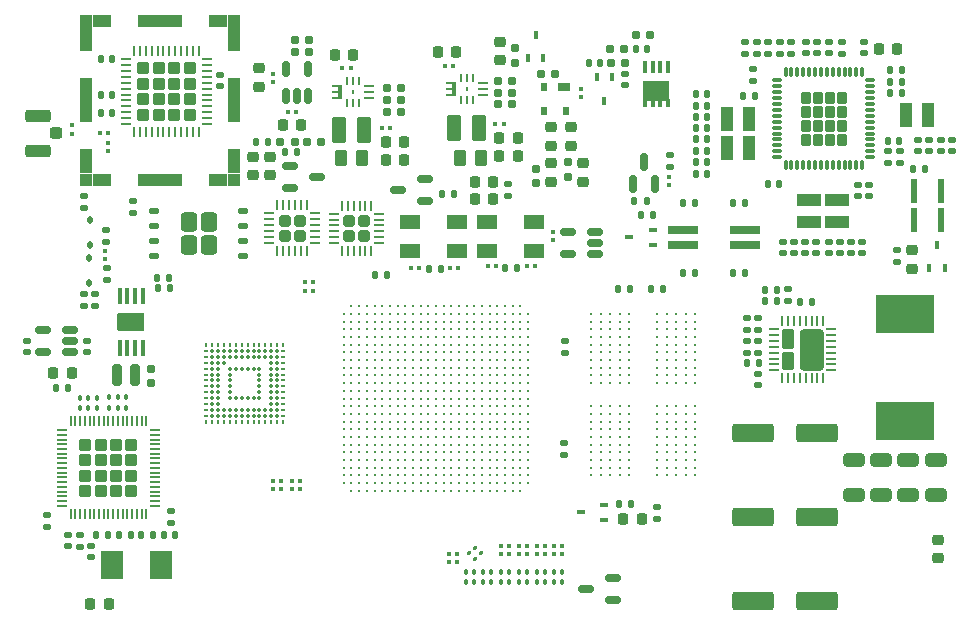
<source format=gbr>
%TF.GenerationSoftware,KiCad,Pcbnew,7.99.0-3958-g1df84f4d92*%
%TF.CreationDate,2023-12-24T00:45:37+01:00*%
%TF.ProjectId,SBC,5342432e-6b69-4636-9164-5f7063625858,rev?*%
%TF.SameCoordinates,Original*%
%TF.FileFunction,Paste,Top*%
%TF.FilePolarity,Positive*%
%FSLAX46Y46*%
G04 Gerber Fmt 4.6, Leading zero omitted, Abs format (unit mm)*
G04 Created by KiCad (PCBNEW 7.99.0-3958-g1df84f4d92) date 2023-12-24 00:45:37*
%MOMM*%
%LPD*%
G01*
G04 APERTURE LIST*
G04 Aperture macros list*
%AMRoundRect*
0 Rectangle with rounded corners*
0 $1 Rounding radius*
0 $2 $3 $4 $5 $6 $7 $8 $9 X,Y pos of 4 corners*
0 Add a 4 corners polygon primitive as box body*
4,1,4,$2,$3,$4,$5,$6,$7,$8,$9,$2,$3,0*
0 Add four circle primitives for the rounded corners*
1,1,$1+$1,$2,$3*
1,1,$1+$1,$4,$5*
1,1,$1+$1,$6,$7*
1,1,$1+$1,$8,$9*
0 Add four rect primitives between the rounded corners*
20,1,$1+$1,$2,$3,$4,$5,0*
20,1,$1+$1,$4,$5,$6,$7,0*
20,1,$1+$1,$6,$7,$8,$9,0*
20,1,$1+$1,$8,$9,$2,$3,0*%
%AMFreePoly0*
4,1,25,0.317682,0.485319,0.329034,0.475624,0.407847,0.396811,0.434540,0.344422,0.435711,0.329540,0.435711,-0.329540,0.417542,-0.385459,0.407847,-0.396811,0.329034,-0.475624,0.276645,-0.502317,0.261763,-0.503488,-0.261763,-0.503488,-0.317682,-0.485319,-0.329034,-0.475624,-0.407847,-0.396811,-0.434540,-0.344422,-0.435711,-0.329540,-0.435711,0.329540,-0.417542,0.385459,-0.407847,0.396811,
-0.329034,0.475624,-0.276645,0.502317,-0.261763,0.503488,0.261763,0.503488,0.317682,0.485319,0.317682,0.485319,$1*%
G04 Aperture macros list end*
%ADD10RoundRect,0.218750X0.256250X-0.218750X0.256250X0.218750X-0.256250X0.218750X-0.256250X-0.218750X0*%
%ADD11RoundRect,0.135000X0.135000X0.185000X-0.135000X0.185000X-0.135000X-0.185000X0.135000X-0.185000X0*%
%ADD12RoundRect,0.135000X0.185000X-0.135000X0.185000X0.135000X-0.185000X0.135000X-0.185000X-0.135000X0*%
%ADD13RoundRect,0.250000X0.435000X0.555000X-0.435000X0.555000X-0.435000X-0.555000X0.435000X-0.555000X0*%
%ADD14RoundRect,0.125000X0.262500X0.125000X-0.262500X0.125000X-0.262500X-0.125000X0.262500X-0.125000X0*%
%ADD15RoundRect,0.150000X0.512500X0.150000X-0.512500X0.150000X-0.512500X-0.150000X0.512500X-0.150000X0*%
%ADD16RoundRect,0.140000X-0.170000X0.140000X-0.170000X-0.140000X0.170000X-0.140000X0.170000X0.140000X0*%
%ADD17RoundRect,0.140000X0.140000X0.170000X-0.140000X0.170000X-0.140000X-0.170000X0.140000X-0.170000X0*%
%ADD18RoundRect,0.160000X-0.160000X0.197500X-0.160000X-0.197500X0.160000X-0.197500X0.160000X0.197500X0*%
%ADD19RoundRect,0.135000X-0.135000X-0.185000X0.135000X-0.185000X0.135000X0.185000X-0.135000X0.185000X0*%
%ADD20R,0.250000X0.700000*%
%ADD21R,0.900000X0.250000*%
%ADD22R,0.400000X1.250000*%
%ADD23R,0.250000X0.400000*%
%ADD24RoundRect,0.090000X-0.090000X0.139000X-0.090000X-0.139000X0.090000X-0.139000X0.090000X0.139000X0*%
%ADD25RoundRect,0.160000X-0.197500X-0.160000X0.197500X-0.160000X0.197500X0.160000X-0.197500X0.160000X0*%
%ADD26RoundRect,0.140000X0.170000X-0.140000X0.170000X0.140000X-0.170000X0.140000X-0.170000X-0.140000X0*%
%ADD27RoundRect,0.079500X-0.100500X0.079500X-0.100500X-0.079500X0.100500X-0.079500X0.100500X0.079500X0*%
%ADD28RoundRect,0.250000X0.285000X-0.285000X0.285000X0.285000X-0.285000X0.285000X-0.285000X-0.285000X0*%
%ADD29RoundRect,0.062500X0.062500X-0.337500X0.062500X0.337500X-0.062500X0.337500X-0.062500X-0.337500X0*%
%ADD30RoundRect,0.062500X0.337500X-0.062500X0.337500X0.062500X-0.337500X0.062500X-0.337500X-0.062500X0*%
%ADD31R,2.000000X1.100000*%
%ADD32RoundRect,0.140000X-0.140000X-0.170000X0.140000X-0.170000X0.140000X0.170000X-0.140000X0.170000X0*%
%ADD33RoundRect,0.062500X-0.375000X-0.062500X0.375000X-0.062500X0.375000X0.062500X-0.375000X0.062500X0*%
%ADD34RoundRect,0.062500X-0.062500X-0.375000X0.062500X-0.375000X0.062500X0.375000X-0.062500X0.375000X0*%
%ADD35RoundRect,0.106599X0.418401X0.723401X-0.418401X0.723401X-0.418401X-0.723401X0.418401X-0.723401X0*%
%ADD36RoundRect,0.106599X0.418401X0.633401X-0.418401X0.633401X-0.418401X-0.633401X0.418401X-0.633401X0*%
%ADD37RoundRect,0.200000X0.785000X-1.540000X0.785000X1.540000X-0.785000X1.540000X-0.785000X-1.540000X0*%
%ADD38RoundRect,0.079500X-0.079500X-0.100500X0.079500X-0.100500X0.079500X0.100500X-0.079500X0.100500X0*%
%ADD39C,0.270000*%
%ADD40RoundRect,0.079500X0.100500X-0.079500X0.100500X0.079500X-0.100500X0.079500X-0.100500X-0.079500X0*%
%ADD41R,1.000000X1.000000*%
%ADD42R,1.000000X2.130000*%
%ADD43R,1.000000X3.800000*%
%ADD44R,1.650000X1.000000*%
%ADD45R,3.800000X1.000000*%
%ADD46RoundRect,0.225000X-0.225000X-0.250000X0.225000X-0.250000X0.225000X0.250000X-0.225000X0.250000X0*%
%ADD47RoundRect,0.160000X0.197500X0.160000X-0.197500X0.160000X-0.197500X-0.160000X0.197500X-0.160000X0*%
%ADD48RoundRect,0.135000X-0.185000X0.135000X-0.185000X-0.135000X0.185000X-0.135000X0.185000X0.135000X0*%
%ADD49RoundRect,0.250000X-0.650000X0.325000X-0.650000X-0.325000X0.650000X-0.325000X0.650000X0.325000X0*%
%ADD50RoundRect,0.218750X0.218750X0.256250X-0.218750X0.256250X-0.218750X-0.256250X0.218750X-0.256250X0*%
%ADD51R,1.100000X2.000000*%
%ADD52RoundRect,0.090000X0.090000X-0.139000X0.090000X0.139000X-0.090000X0.139000X-0.090000X-0.139000X0*%
%ADD53RoundRect,0.250000X-0.255000X0.255000X-0.255000X-0.255000X0.255000X-0.255000X0.255000X0.255000X0*%
%ADD54RoundRect,0.062500X-0.062500X0.375000X-0.062500X-0.375000X0.062500X-0.375000X0.062500X0.375000X0*%
%ADD55RoundRect,0.062500X-0.375000X0.062500X-0.375000X-0.062500X0.375000X-0.062500X0.375000X0.062500X0*%
%ADD56RoundRect,0.225000X0.225000X0.250000X-0.225000X0.250000X-0.225000X-0.250000X0.225000X-0.250000X0*%
%ADD57RoundRect,0.250000X1.500000X0.550000X-1.500000X0.550000X-1.500000X-0.550000X1.500000X-0.550000X0*%
%ADD58R,0.450000X0.700000*%
%ADD59RoundRect,0.218750X-0.218750X-0.256250X0.218750X-0.256250X0.218750X0.256250X-0.218750X0.256250X0*%
%ADD60O,0.200000X0.350000*%
%ADD61O,0.350000X0.200000*%
%ADD62C,0.350000*%
%ADD63RoundRect,0.079500X0.079500X0.100500X-0.079500X0.100500X-0.079500X-0.100500X0.079500X-0.100500X0*%
%ADD64R,0.700000X0.450000*%
%ADD65RoundRect,0.225000X0.250000X-0.225000X0.250000X0.225000X-0.250000X0.225000X-0.250000X-0.225000X0*%
%ADD66R,0.450000X1.450000*%
%ADD67RoundRect,0.076200X1.066800X0.685800X-1.066800X0.685800X-1.066800X-0.685800X1.066800X-0.685800X0*%
%ADD68RoundRect,0.079500X-0.127279X-0.014849X-0.014849X-0.127279X0.127279X0.014849X0.014849X0.127279X0*%
%ADD69RoundRect,0.173913X-0.226087X-0.726087X0.226087X-0.726087X0.226087X0.726087X-0.226087X0.726087X0*%
%ADD70RoundRect,0.025000X-0.225000X-0.975000X0.225000X-0.975000X0.225000X0.975000X-0.225000X0.975000X0*%
%ADD71RoundRect,0.112500X0.112500X-0.187500X0.112500X0.187500X-0.112500X0.187500X-0.112500X-0.187500X0*%
%ADD72R,4.950000X3.175000*%
%ADD73C,0.330200*%
%ADD74FreePoly0,0.000000*%
%ADD75RoundRect,0.067500X-0.357500X-0.067500X0.357500X-0.067500X0.357500X0.067500X-0.357500X0.067500X0*%
%ADD76RoundRect,0.067500X-0.067500X0.357500X-0.067500X-0.357500X0.067500X-0.357500X0.067500X0.357500X0*%
%ADD77RoundRect,0.250000X0.262500X0.450000X-0.262500X0.450000X-0.262500X-0.450000X0.262500X-0.450000X0*%
%ADD78R,0.405000X0.990000*%
%ADD79R,2.235000X1.725000*%
%ADD80R,0.406250X0.760000*%
%ADD81R,1.900000X2.400000*%
%ADD82RoundRect,0.250000X0.275000X0.275000X-0.275000X0.275000X-0.275000X-0.275000X0.275000X-0.275000X0*%
%ADD83RoundRect,0.050000X0.362500X0.050000X-0.362500X0.050000X-0.362500X-0.050000X0.362500X-0.050000X0*%
%ADD84RoundRect,0.050000X0.050000X0.362500X-0.050000X0.362500X-0.050000X-0.362500X0.050000X-0.362500X0*%
%ADD85RoundRect,0.218750X-0.256250X0.218750X-0.256250X-0.218750X0.256250X-0.218750X0.256250X0.218750X0*%
%ADD86R,2.650000X0.760000*%
%ADD87RoundRect,0.250000X-0.375000X-0.850000X0.375000X-0.850000X0.375000X0.850000X-0.375000X0.850000X0*%
%ADD88R,1.000000X0.700000*%
%ADD89R,0.600000X0.700000*%
%ADD90R,1.800000X1.200000*%
%ADD91RoundRect,0.250000X0.275000X0.250000X-0.275000X0.250000X-0.275000X-0.250000X0.275000X-0.250000X0*%
%ADD92RoundRect,0.250000X0.850000X0.275000X-0.850000X0.275000X-0.850000X-0.275000X0.850000X-0.275000X0*%
%ADD93RoundRect,0.225000X-0.250000X0.225000X-0.250000X-0.225000X0.250000X-0.225000X0.250000X0.225000X0*%
%ADD94RoundRect,0.150000X0.150000X-0.512500X0.150000X0.512500X-0.150000X0.512500X-0.150000X-0.512500X0*%
%ADD95RoundRect,0.150000X-0.512500X-0.150000X0.512500X-0.150000X0.512500X0.150000X-0.512500X0.150000X0*%
%ADD96RoundRect,0.150000X0.150000X-0.587500X0.150000X0.587500X-0.150000X0.587500X-0.150000X-0.587500X0*%
G04 APERTURE END LIST*
D10*
%TO.C,D4*%
X43244000Y38782500D03*
X43244000Y40357500D03*
%TD*%
D11*
%TO.C,R84*%
X34999600Y34726200D03*
X33979600Y34726200D03*
%TD*%
D12*
%TO.C,R107*%
X582600Y6530200D03*
X582600Y7550200D03*
%TD*%
D13*
%TO.C,U14*%
X14237200Y30370700D03*
X14237200Y32370700D03*
X12537200Y30370700D03*
X12537200Y32370700D03*
D14*
X17137200Y29465700D03*
X17137200Y30735700D03*
X17137200Y32005700D03*
X17137200Y33275700D03*
X9637200Y33275700D03*
X9637200Y32005700D03*
X9637200Y30735700D03*
X9637200Y29465700D03*
%TD*%
D15*
%TO.C,U10*%
X46921500Y29594000D03*
X46921500Y30544000D03*
X46921500Y31494000D03*
X44646500Y31494000D03*
X44646500Y29594000D03*
%TD*%
D11*
%TO.C,R77*%
X50027900Y8429600D03*
X49007900Y8429600D03*
%TD*%
D16*
%TO.C,C17*%
X60777981Y19474986D03*
X60777981Y18514986D03*
%TD*%
D17*
%TO.C,C60*%
X62554519Y35514614D03*
X61594519Y35514614D03*
%TD*%
D12*
%TO.C,R3*%
X60752981Y23189986D03*
X60752981Y24209986D03*
%TD*%
D16*
%TO.C,C327*%
X4317019Y4894614D03*
X4317019Y3934614D03*
%TD*%
D18*
%TO.C,R31*%
X44641000Y37376500D03*
X44641000Y36181500D03*
%TD*%
D19*
%TO.C,R86*%
X9952000Y26727000D03*
X10972000Y26727000D03*
%TD*%
D17*
%TO.C,C54*%
X56457981Y36432487D03*
X55497981Y36432487D03*
%TD*%
D16*
%TO.C,C317*%
X2354519Y5832114D03*
X2354519Y4872114D03*
%TD*%
%TO.C,C34*%
X67677981Y30667486D03*
X67677981Y29707486D03*
%TD*%
D10*
%TO.C,D5*%
X73749400Y28393900D03*
X73749400Y29968900D03*
%TD*%
D20*
%TO.C,U5*%
X25987000Y42375000D03*
X26487000Y42375000D03*
X26987000Y42375000D03*
D21*
X27837000Y42825000D03*
X27837000Y43325000D03*
X27837000Y43825000D03*
D20*
X26987000Y44275000D03*
X26487000Y44275000D03*
X25987000Y44275000D03*
D21*
X25137000Y42825000D03*
X25137000Y43325000D03*
D22*
X25387000Y43325000D03*
D21*
X25137000Y43825000D03*
D23*
X26487000Y43325000D03*
%TD*%
D24*
%TO.C,R41*%
X38149200Y2697500D03*
X38149200Y1832500D03*
%TD*%
D11*
%TO.C,R109*%
X5727019Y5814614D03*
X4707019Y5814614D03*
%TD*%
D25*
%TO.C,R23*%
X21564500Y46727000D03*
X22759500Y46727000D03*
%TD*%
D12*
%TO.C,R90*%
X3674519Y33485014D03*
X3674519Y34505014D03*
%TD*%
D26*
%TO.C,C63*%
X49527519Y43937014D03*
X49527519Y44897014D03*
%TD*%
D24*
%TO.C,R101*%
X4062400Y17454900D03*
X4062400Y16589900D03*
%TD*%
D12*
%TO.C,R9*%
X67892981Y46574986D03*
X67892981Y47594986D03*
%TD*%
D27*
%TO.C,C65*%
X19662000Y44884500D03*
X19662000Y44194500D03*
%TD*%
D16*
%TO.C,C39*%
X68627981Y30667486D03*
X68627981Y29707486D03*
%TD*%
D28*
%TO.C,U19*%
X8682000Y41397000D03*
X10002000Y41397000D03*
X11322000Y41397000D03*
X12642000Y41397000D03*
X8682000Y42717000D03*
X10002000Y42717000D03*
X11322000Y42717000D03*
X12642000Y42717000D03*
X8682000Y44037000D03*
X10002000Y44037000D03*
X11322000Y44037000D03*
X12642000Y44037000D03*
X8682000Y45357000D03*
X10002000Y45357000D03*
X11322000Y45357000D03*
X12642000Y45357000D03*
D29*
X7912000Y39927000D03*
X8412000Y39927000D03*
X8912000Y39927000D03*
X9412000Y39927000D03*
X9912000Y39927000D03*
X10412000Y39927000D03*
X10912000Y39927000D03*
X11412000Y39927000D03*
X11912000Y39927000D03*
X12412000Y39927000D03*
X12912000Y39927000D03*
X13412000Y39927000D03*
D30*
X14112000Y40627000D03*
X14112000Y41127000D03*
X14112000Y41627000D03*
X14112000Y42127000D03*
X14112000Y42627000D03*
X14112000Y43127000D03*
X14112000Y43627000D03*
X14112000Y44127000D03*
X14112000Y44627000D03*
X14112000Y45127000D03*
X14112000Y45627000D03*
X14112000Y46127000D03*
D29*
X13412000Y46827000D03*
X12912000Y46827000D03*
X12412000Y46827000D03*
X11912000Y46827000D03*
X11412000Y46827000D03*
X10912000Y46827000D03*
X10412000Y46827000D03*
X9912000Y46827000D03*
X9412000Y46827000D03*
X8912000Y46827000D03*
X8412000Y46827000D03*
X7912000Y46827000D03*
D30*
X7212000Y46127000D03*
X7212000Y45627000D03*
X7212000Y45127000D03*
X7212000Y44627000D03*
X7212000Y44127000D03*
X7212000Y43627000D03*
X7212000Y43127000D03*
X7212000Y42627000D03*
X7212000Y42127000D03*
X7212000Y41627000D03*
X7212000Y41127000D03*
X7212000Y40627000D03*
%TD*%
D16*
%TO.C,C38*%
X76214519Y39314614D03*
X76214519Y38354614D03*
%TD*%
%TO.C,C59*%
X69190481Y35454986D03*
X69190481Y34494986D03*
%TD*%
D31*
%TO.C,L5*%
X65027981Y34219986D03*
X65027981Y32319986D03*
%TD*%
D32*
%TO.C,C62*%
X71940481Y43274986D03*
X72900481Y43274986D03*
%TD*%
D33*
%TO.C,U2*%
X62090481Y23274986D03*
X62090481Y22774986D03*
X62090481Y22274986D03*
X62090481Y21774986D03*
X62090481Y21274986D03*
X62090481Y20774986D03*
X62090481Y20274986D03*
X62090481Y19774986D03*
D34*
X62777981Y19087486D03*
X63277981Y19087486D03*
X63777981Y19087486D03*
X64277981Y19087486D03*
X64777981Y19087486D03*
X65277981Y19087486D03*
X65777981Y19087486D03*
X66277981Y19087486D03*
D33*
X66965481Y19774986D03*
X66965481Y20274986D03*
X66965481Y20774986D03*
X66965481Y21274986D03*
X66965481Y21774986D03*
X66965481Y22274986D03*
X66965481Y22774986D03*
X66965481Y23274986D03*
D34*
X66277981Y23962486D03*
X65777981Y23962486D03*
X65277981Y23962486D03*
X64777981Y23962486D03*
X64277981Y23962486D03*
X63777981Y23962486D03*
X63277981Y23962486D03*
X62777981Y23962486D03*
D35*
X63312981Y22434986D03*
D36*
X63312981Y20524986D03*
D37*
X65282981Y21524986D03*
%TD*%
D27*
%TO.C,C97*%
X20374919Y10424414D03*
X20374919Y9734414D03*
%TD*%
D38*
%TO.C,C74*%
X28936000Y40277000D03*
X29626000Y40277000D03*
%TD*%
D17*
%TO.C,C1*%
X60807981Y20374986D03*
X59847981Y20374986D03*
%TD*%
D12*
%TO.C,R1*%
X60752981Y21264986D03*
X60752981Y22284986D03*
%TD*%
D39*
%TO.C,U12*%
X46629519Y24539614D03*
X47429519Y24539614D03*
X48229519Y24539614D03*
X49029519Y24539614D03*
X49829519Y24539614D03*
X52229519Y24539614D03*
X53029519Y24539614D03*
X53829519Y24539614D03*
X54629519Y24539614D03*
X55429519Y24539614D03*
X46629519Y11539614D03*
X47429519Y11539614D03*
X48229519Y11539614D03*
X49029519Y11539614D03*
X49829519Y11539614D03*
X52229519Y11539614D03*
X53029519Y11539614D03*
X53829519Y11539614D03*
X54629519Y11539614D03*
X55429519Y11539614D03*
X46629519Y10889614D03*
X47429519Y10889614D03*
X48229519Y10889614D03*
X49029519Y10889614D03*
X49829519Y10889614D03*
X52229519Y10889614D03*
X53029519Y10889614D03*
X53829519Y10889614D03*
X54629519Y10889614D03*
X55429519Y10889614D03*
X46629519Y23889614D03*
X47429519Y23889614D03*
X48229519Y23889614D03*
X49029519Y23889614D03*
X49829519Y23889614D03*
X52229519Y23889614D03*
X53029519Y23889614D03*
X53829519Y23889614D03*
X54629519Y23889614D03*
X55429519Y23889614D03*
X46629519Y23239614D03*
X47429519Y23239614D03*
X48229519Y23239614D03*
X49029519Y23239614D03*
X49829519Y23239614D03*
X52229519Y23239614D03*
X53029519Y23239614D03*
X53829519Y23239614D03*
X54629519Y23239614D03*
X55429519Y23239614D03*
X46629519Y22589614D03*
X47429519Y22589614D03*
X48229519Y22589614D03*
X49029519Y22589614D03*
X49829519Y22589614D03*
X52229519Y22589614D03*
X53029519Y22589614D03*
X53829519Y22589614D03*
X54629519Y22589614D03*
X55429519Y22589614D03*
X46629519Y21939614D03*
X47429519Y21939614D03*
X48229519Y21939614D03*
X49029519Y21939614D03*
X49829519Y21939614D03*
X52229519Y21939614D03*
X53029519Y21939614D03*
X53829519Y21939614D03*
X54629519Y21939614D03*
X55429519Y21939614D03*
X46629519Y21289614D03*
X47429519Y21289614D03*
X48229519Y21289614D03*
X49029519Y21289614D03*
X49829519Y21289614D03*
X52229519Y21289614D03*
X53029519Y21289614D03*
X53829519Y21289614D03*
X54629519Y21289614D03*
X55429519Y21289614D03*
X46629519Y20639614D03*
X47429519Y20639614D03*
X48229519Y20639614D03*
X49029519Y20639614D03*
X49829519Y20639614D03*
X52229519Y20639614D03*
X53029519Y20639614D03*
X53829519Y20639614D03*
X54629519Y20639614D03*
X55429519Y20639614D03*
X46629519Y19989614D03*
X47429519Y19989614D03*
X48229519Y19989614D03*
X49029519Y19989614D03*
X49829519Y19989614D03*
X52229519Y19989614D03*
X53029519Y19989614D03*
X53829519Y19989614D03*
X54629519Y19989614D03*
X55429519Y19989614D03*
X46629519Y19339614D03*
X47429519Y19339614D03*
X48229519Y19339614D03*
X49029519Y19339614D03*
X49829519Y19339614D03*
X52229519Y19339614D03*
X53029519Y19339614D03*
X53829519Y19339614D03*
X54629519Y19339614D03*
X55429519Y19339614D03*
X46629519Y18689614D03*
X47429519Y18689614D03*
X48229519Y18689614D03*
X49029519Y18689614D03*
X49829519Y18689614D03*
X52229519Y18689614D03*
X53029519Y18689614D03*
X53829519Y18689614D03*
X54629519Y18689614D03*
X55429519Y18689614D03*
X46629519Y16739614D03*
X47429519Y16739614D03*
X48229519Y16739614D03*
X49029519Y16739614D03*
X49829519Y16739614D03*
X52229519Y16739614D03*
X53029519Y16739614D03*
X53829519Y16739614D03*
X54629519Y16739614D03*
X55429519Y16739614D03*
X46629519Y16089614D03*
X47429519Y16089614D03*
X48229519Y16089614D03*
X49029519Y16089614D03*
X49829519Y16089614D03*
X52229519Y16089614D03*
X53029519Y16089614D03*
X53829519Y16089614D03*
X54629519Y16089614D03*
X55429519Y16089614D03*
X46629519Y15439614D03*
X47429519Y15439614D03*
X48229519Y15439614D03*
X49029519Y15439614D03*
X49829519Y15439614D03*
X52229519Y15439614D03*
X53029519Y15439614D03*
X53829519Y15439614D03*
X54629519Y15439614D03*
X55429519Y15439614D03*
X46629519Y14789614D03*
X47429519Y14789614D03*
X48229519Y14789614D03*
X49029519Y14789614D03*
X49829519Y14789614D03*
X52229519Y14789614D03*
X53029519Y14789614D03*
X53829519Y14789614D03*
X54629519Y14789614D03*
X55429519Y14789614D03*
X46629519Y14139614D03*
X47429519Y14139614D03*
X48229519Y14139614D03*
X49029519Y14139614D03*
X49829519Y14139614D03*
X52229519Y14139614D03*
X53029519Y14139614D03*
X53829519Y14139614D03*
X54629519Y14139614D03*
X55429519Y14139614D03*
X46629519Y13489614D03*
X47429519Y13489614D03*
X48229519Y13489614D03*
X49029519Y13489614D03*
X49829519Y13489614D03*
X52229519Y13489614D03*
X53029519Y13489614D03*
X53829519Y13489614D03*
X54629519Y13489614D03*
X55429519Y13489614D03*
X46629519Y12839614D03*
X47429519Y12839614D03*
X48229519Y12839614D03*
X49029519Y12839614D03*
X49829519Y12839614D03*
X52229519Y12839614D03*
X53029519Y12839614D03*
X53829519Y12839614D03*
X54629519Y12839614D03*
X55429519Y12839614D03*
X46629519Y12189614D03*
X47429519Y12189614D03*
X48229519Y12189614D03*
X49029519Y12189614D03*
X49829519Y12189614D03*
X52229519Y12189614D03*
X53029519Y12189614D03*
X53829519Y12189614D03*
X54629519Y12189614D03*
X55429519Y12189614D03*
%TD*%
D40*
%TO.C,C314*%
X2697000Y39821000D03*
X2697000Y40511000D03*
%TD*%
D41*
%TO.C,J2*%
X3879000Y49370000D03*
D42*
X3879000Y47805000D03*
D43*
X3879000Y42640000D03*
D42*
X3879000Y37475000D03*
D41*
X3879000Y35910000D03*
D44*
X5204000Y49370000D03*
X5204000Y35910000D03*
D45*
X10129000Y49370000D03*
X10129000Y35910000D03*
D44*
X15054000Y49370000D03*
X15054000Y35910000D03*
D41*
X16379000Y49370000D03*
D42*
X16379000Y47805000D03*
D43*
X16379000Y42640000D03*
D42*
X16379000Y37475000D03*
D41*
X16379000Y35910000D03*
%TD*%
D17*
%TO.C,C316*%
X6092000Y43127000D03*
X5132000Y43127000D03*
%TD*%
D46*
%TO.C,C75*%
X29268000Y37610000D03*
X30818000Y37610000D03*
%TD*%
D47*
%TO.C,R17*%
X49525019Y45817014D03*
X48330019Y45817014D03*
%TD*%
D48*
%TO.C,R14*%
X62577981Y47609986D03*
X62577981Y46589986D03*
%TD*%
D27*
%TO.C,C99*%
X22000519Y10424414D03*
X22000519Y9734414D03*
%TD*%
D49*
%TO.C,C46*%
X68877981Y12174986D03*
X68877981Y9224986D03*
%TD*%
D11*
%TO.C,R67*%
X49937519Y26620814D03*
X48917519Y26620814D03*
%TD*%
D50*
%TO.C,D8*%
X38327100Y34243600D03*
X36752100Y34243600D03*
%TD*%
D48*
%TO.C,R7*%
X63310000Y26634400D03*
X63310000Y25614400D03*
%TD*%
D51*
%TO.C,L1*%
X60002981Y41019986D03*
X58102981Y41019986D03*
%TD*%
D52*
%TO.C,R48*%
X41197200Y1832500D03*
X41197200Y2697500D03*
%TD*%
D38*
%TO.C,C107*%
X34592000Y3515800D03*
X35282000Y3515800D03*
%TD*%
D53*
%TO.C,U15*%
X27385000Y32414800D03*
X26135000Y32414800D03*
X27385000Y31164800D03*
X26135000Y31164800D03*
D54*
X28010000Y33727300D03*
X27510000Y33727300D03*
X27010000Y33727300D03*
X26510000Y33727300D03*
X26010000Y33727300D03*
X25510000Y33727300D03*
D55*
X24822500Y33039800D03*
X24822500Y32539800D03*
X24822500Y32039800D03*
X24822500Y31539800D03*
X24822500Y31039800D03*
X24822500Y30539800D03*
D54*
X25510000Y29852300D03*
X26010000Y29852300D03*
X26510000Y29852300D03*
X27010000Y29852300D03*
X27510000Y29852300D03*
X28010000Y29852300D03*
D55*
X28697500Y30539800D03*
X28697500Y31039800D03*
X28697500Y31539800D03*
X28697500Y32039800D03*
X28697500Y32539800D03*
X28697500Y33039800D03*
%TD*%
D11*
%TO.C,R89*%
X19235400Y39070700D03*
X18215400Y39070700D03*
%TD*%
D56*
%TO.C,C287*%
X72550000Y47000000D03*
X71000000Y47000000D03*
%TD*%
D38*
%TO.C,C86*%
X34262805Y45580800D03*
X34952805Y45580800D03*
%TD*%
D27*
%TO.C,C149*%
X43351100Y31519000D03*
X43351100Y30829000D03*
%TD*%
D48*
%TO.C,R59*%
X53300000Y38010000D03*
X53300000Y36990000D03*
%TD*%
D17*
%TO.C,C49*%
X56457981Y38369153D03*
X55497981Y38369153D03*
%TD*%
D12*
%TO.C,R10*%
X61627981Y46589986D03*
X61627981Y47609986D03*
%TD*%
D57*
%TO.C,C20*%
X65727981Y7374986D03*
X60327981Y7374986D03*
%TD*%
D52*
%TO.C,R51*%
X42721200Y1832500D03*
X42721200Y2697500D03*
%TD*%
D46*
%TO.C,C85*%
X38846805Y37960800D03*
X40396805Y37960800D03*
%TD*%
D51*
%TO.C,L4*%
X73252981Y41419986D03*
X75152981Y41419986D03*
%TD*%
D17*
%TO.C,C44*%
X56457981Y39337486D03*
X55497981Y39337486D03*
%TD*%
D46*
%TO.C,C73*%
X20529000Y40511500D03*
X22079000Y40511500D03*
%TD*%
D50*
%TO.C,D7*%
X38327100Y35742200D03*
X36752100Y35742200D03*
%TD*%
D24*
%TO.C,R103*%
X5815000Y17480300D03*
X5815000Y16615300D03*
%TD*%
D58*
%TO.C,Q3*%
X41266286Y46197919D03*
X42566286Y46197919D03*
X41916286Y48197919D03*
%TD*%
D16*
%TO.C,C53*%
X70140481Y35454986D03*
X70140481Y34494986D03*
%TD*%
D17*
%TO.C,C315*%
X6092000Y41527000D03*
X5132000Y41527000D03*
%TD*%
D16*
%TO.C,C26*%
X66752981Y47579986D03*
X66752981Y46619986D03*
%TD*%
D52*
%TO.C,R46*%
X38962000Y1832500D03*
X38962000Y2697500D03*
%TD*%
D59*
%TO.C,FB8*%
X1067019Y19552114D03*
X2642019Y19552114D03*
%TD*%
D47*
%TO.C,R25*%
X30513500Y41674000D03*
X29318500Y41674000D03*
%TD*%
D38*
%TO.C,C162*%
X41153000Y28582000D03*
X41843000Y28582000D03*
%TD*%
D26*
%TO.C,C64*%
X3904519Y21286552D03*
X3904519Y22246552D03*
%TD*%
D19*
%TO.C,R79*%
X54369200Y33982000D03*
X55389200Y33982000D03*
%TD*%
D51*
%TO.C,L2*%
X60002981Y38619986D03*
X58102981Y38619986D03*
%TD*%
D46*
%TO.C,C76*%
X24950000Y46500000D03*
X26500000Y46500000D03*
%TD*%
D60*
%TO.C,U13*%
X14034519Y21920014D03*
X14534519Y21920014D03*
X15034519Y21920014D03*
X15534519Y21920014D03*
X16034519Y21920014D03*
X16534519Y21920014D03*
X17034519Y21920014D03*
X17534519Y21920014D03*
X18034519Y21920014D03*
X18534519Y21920014D03*
X19034519Y21920014D03*
X19534519Y21920014D03*
X20034519Y21920014D03*
X20534519Y21920014D03*
D61*
X14034519Y21420014D03*
D62*
X14534519Y21420014D03*
X15034519Y21420014D03*
X15534519Y21420014D03*
X16034519Y21420014D03*
X16534519Y21420014D03*
X17034519Y21420014D03*
X17534519Y21420014D03*
X18034519Y21420014D03*
X18534519Y21420014D03*
X19034519Y21420014D03*
X19534519Y21420014D03*
X20034519Y21420014D03*
D61*
X20534519Y21420014D03*
X14034519Y20920014D03*
D62*
X14534519Y20920014D03*
X15034519Y20920014D03*
X15534519Y20920014D03*
X16034519Y20920014D03*
X16534519Y20920014D03*
X17034519Y20920014D03*
X17534519Y20920014D03*
X18034519Y20920014D03*
X18534519Y20920014D03*
X19034519Y20920014D03*
X19534519Y20920014D03*
X20034519Y20920014D03*
D61*
X20534519Y20920014D03*
X14034519Y20420014D03*
D62*
X14534519Y20420014D03*
X15034519Y20420014D03*
X15534519Y20420014D03*
X19534519Y20420014D03*
X20034519Y20420014D03*
D61*
X20534519Y20420014D03*
X14034519Y19920014D03*
D62*
X14534519Y19920014D03*
X15034519Y19920014D03*
X16034519Y19920014D03*
X16534519Y19920014D03*
X17034519Y19920014D03*
X17534519Y19920014D03*
X18034519Y19920014D03*
X18534519Y19920014D03*
X19534519Y19920014D03*
X20034519Y19920014D03*
D61*
X20534519Y19920014D03*
X14034519Y19420014D03*
D62*
X14534519Y19420014D03*
X15034519Y19420014D03*
X16034519Y19420014D03*
X18534519Y19420014D03*
X19534519Y19420014D03*
X20034519Y19420014D03*
D61*
X20534519Y19420014D03*
X14034519Y18920014D03*
D62*
X14534519Y18920014D03*
X15034519Y18920014D03*
X16034519Y18920014D03*
X18534519Y18920014D03*
X19534519Y18920014D03*
X20034519Y18920014D03*
D61*
X20534519Y18920014D03*
X14034519Y18420014D03*
D62*
X14534519Y18420014D03*
X15034519Y18420014D03*
X16034519Y18420014D03*
X18534519Y18420014D03*
X19534519Y18420014D03*
X20034519Y18420014D03*
D61*
X20534519Y18420014D03*
X14034519Y17920014D03*
D62*
X14534519Y17920014D03*
X15034519Y17920014D03*
X16034519Y17920014D03*
X18534519Y17920014D03*
X19534519Y17920014D03*
X20034519Y17920014D03*
D61*
X20534519Y17920014D03*
X14034519Y17420014D03*
D62*
X14534519Y17420014D03*
X15034519Y17420014D03*
X16034519Y17420014D03*
X16534519Y17420014D03*
X17034519Y17420014D03*
X17534519Y17420014D03*
X18034519Y17420014D03*
X18534519Y17420014D03*
X19534519Y17420014D03*
X20034519Y17420014D03*
D61*
X20534519Y17420014D03*
X14034519Y16920014D03*
D62*
X14534519Y16920014D03*
X15034519Y16920014D03*
X19534519Y16920014D03*
X20034519Y16920014D03*
D61*
X20534519Y16920014D03*
X14034519Y16420014D03*
D62*
X14534519Y16420014D03*
X15034519Y16420014D03*
X15534519Y16420014D03*
X16034519Y16420014D03*
X16534519Y16420014D03*
X17034519Y16420014D03*
X17534519Y16420014D03*
X18034519Y16420014D03*
X18534519Y16420014D03*
X19034519Y16420014D03*
X19534519Y16420014D03*
X20034519Y16420014D03*
D61*
X20534519Y16420014D03*
X14034519Y15920014D03*
D62*
X14534519Y15920014D03*
X15034519Y15920014D03*
X15534519Y15920014D03*
X16034519Y15920014D03*
X16534519Y15920014D03*
X17034519Y15920014D03*
X17534519Y15920014D03*
X18034519Y15920014D03*
X18534519Y15920014D03*
X19034519Y15920014D03*
X19534519Y15920014D03*
X20034519Y15920014D03*
D61*
X20534519Y15920014D03*
D60*
X14034519Y15420014D03*
X14534519Y15420014D03*
X15034519Y15420014D03*
X15534519Y15420014D03*
X16034519Y15420014D03*
X16534519Y15420014D03*
X17034519Y15420014D03*
X17534519Y15420014D03*
X18034519Y15420014D03*
X18534519Y15420014D03*
X19034519Y15420014D03*
X19534519Y15420014D03*
X20034519Y15420014D03*
X20534519Y15420014D03*
%TD*%
D48*
%TO.C,R12*%
X60627981Y47609986D03*
X60627981Y46589986D03*
%TD*%
D25*
%TO.C,R19*%
X22562000Y39127000D03*
X23757000Y39127000D03*
%TD*%
D46*
%TO.C,C77*%
X29268000Y39134000D03*
X30818000Y39134000D03*
%TD*%
D57*
%TO.C,C27*%
X65727981Y14474986D03*
X60327981Y14474986D03*
%TD*%
D38*
%TO.C,C78*%
X25568000Y45357000D03*
X26258000Y45357000D03*
%TD*%
D12*
%TO.C,R75*%
X72504800Y28950800D03*
X72504800Y29970800D03*
%TD*%
D27*
%TO.C,C96*%
X19663719Y10424414D03*
X19663719Y9734414D03*
%TD*%
D12*
%TO.C,R2*%
X59802981Y21264986D03*
X59802981Y22284986D03*
%TD*%
D19*
%TO.C,R78*%
X58607000Y33982000D03*
X59627000Y33982000D03*
%TD*%
D31*
%TO.C,L3*%
X67427981Y34219986D03*
X67427981Y32319986D03*
%TD*%
D63*
%TO.C,C132*%
X32064000Y28455000D03*
X31374000Y28455000D03*
%TD*%
D27*
%TO.C,C106*%
X44194400Y4896000D03*
X44194400Y4206000D03*
%TD*%
D64*
%TO.C,Q7*%
X51829200Y30375200D03*
X51829200Y31675200D03*
X49829200Y31025200D03*
%TD*%
D17*
%TO.C,C50*%
X56457981Y41237486D03*
X55497981Y41237486D03*
%TD*%
D65*
%TO.C,C80*%
X45911000Y35747000D03*
X45911000Y37297000D03*
%TD*%
D24*
%TO.C,R44*%
X43483200Y2697500D03*
X43483200Y1832500D03*
%TD*%
D66*
%TO.C,U6*%
X6710800Y21686000D03*
X7360800Y21686000D03*
X8010800Y21686000D03*
X8660800Y21686000D03*
X8660800Y26086000D03*
X8010800Y26086000D03*
X7360800Y26086000D03*
D67*
X7685800Y23886000D03*
D66*
X6710800Y26086000D03*
%TD*%
D68*
%TO.C,C102*%
X36293048Y4270952D03*
X36780952Y3783048D03*
%TD*%
D24*
%TO.C,R43*%
X44194400Y2697500D03*
X44194400Y1832500D03*
%TD*%
%TO.C,R104*%
X6526200Y17480300D03*
X6526200Y16615300D03*
%TD*%
D19*
%TO.C,R35*%
X28317400Y27868200D03*
X29337400Y27868200D03*
%TD*%
D65*
%TO.C,C290*%
X76001719Y3882414D03*
X76001719Y5432414D03*
%TD*%
D47*
%TO.C,R18*%
X21509500Y39127000D03*
X20314500Y39127000D03*
%TD*%
D16*
%TO.C,C32*%
X65677981Y30667486D03*
X65677981Y29707486D03*
%TD*%
D48*
%TO.C,R57*%
X60350000Y45260000D03*
X60350000Y44240000D03*
%TD*%
D19*
%TO.C,R81*%
X54369200Y27987600D03*
X55389200Y27987600D03*
%TD*%
D38*
%TO.C,C82*%
X38514805Y40627800D03*
X39204805Y40627800D03*
%TD*%
D52*
%TO.C,R52*%
X42010000Y1832500D03*
X42010000Y2697500D03*
%TD*%
D17*
%TO.C,C16*%
X72900481Y45174986D03*
X71940481Y45174986D03*
%TD*%
D69*
%TO.C,L7*%
X8037400Y19384600D03*
X6437400Y19384600D03*
%TD*%
D70*
%TO.C,SW2*%
X76250000Y32500000D03*
X73950000Y32500000D03*
%TD*%
D19*
%TO.C,R108*%
X6607019Y5814614D03*
X7627019Y5814614D03*
%TD*%
D70*
%TO.C,SW1*%
X76250000Y35000000D03*
X73950000Y35000000D03*
%TD*%
D26*
%TO.C,C48*%
X59627981Y46599986D03*
X59627981Y47559986D03*
%TD*%
D49*
%TO.C,C42*%
X71177981Y12174986D03*
X71177981Y9224986D03*
%TD*%
D11*
%TO.C,R58*%
X74910000Y36800000D03*
X73890000Y36800000D03*
%TD*%
D71*
%TO.C,D10*%
X4154519Y30415014D03*
X4154519Y32515014D03*
%TD*%
D72*
%TO.C,L6*%
X73227981Y24532486D03*
X73227981Y15517486D03*
%TD*%
D27*
%TO.C,C100*%
X43483200Y4896000D03*
X43483200Y4206000D03*
%TD*%
D73*
%TO.C,U9*%
X25679519Y10239614D03*
X25679519Y10889614D03*
X25679519Y11539614D03*
X25679519Y12189614D03*
X25679519Y12839614D03*
X25679519Y13489614D03*
X25679519Y14139614D03*
X25679519Y14789614D03*
X25679519Y15439614D03*
X25679519Y16089614D03*
X25679519Y16739614D03*
X25679519Y17389614D03*
X25679519Y18039614D03*
X25679519Y18689614D03*
X25679519Y19339614D03*
X25679519Y19989614D03*
X25679519Y20639614D03*
X25679519Y21289614D03*
X25679519Y21939614D03*
X25679519Y22589614D03*
X25679519Y23239614D03*
X25679519Y23889614D03*
X25679519Y24539614D03*
X38679519Y9589614D03*
X38679519Y10239614D03*
X38679519Y10889614D03*
X38679519Y11539614D03*
X38679519Y12189614D03*
X38679519Y12839614D03*
X38679519Y13489614D03*
X38679519Y14139614D03*
X38679519Y14789614D03*
X38679519Y15439614D03*
X38679519Y16089614D03*
X38679519Y16739614D03*
X38679519Y17389614D03*
X38679519Y18039614D03*
X38679519Y18689614D03*
X38679519Y19339614D03*
X38679519Y19989614D03*
X38679519Y20639614D03*
X38679519Y21289614D03*
X38679519Y21939614D03*
X38679519Y22589614D03*
X38679519Y23239614D03*
X38679519Y23889614D03*
X38679519Y24539614D03*
X38679519Y25189614D03*
X39329519Y9589614D03*
X39329519Y10239614D03*
X39329519Y10889614D03*
X39329519Y11539614D03*
X39329519Y12189614D03*
X39329519Y12839614D03*
X39329519Y13489614D03*
X39329519Y14139614D03*
X39329519Y14789614D03*
X39329519Y15439614D03*
X39329519Y16089614D03*
X39329519Y16739614D03*
X39329519Y17389614D03*
X39329519Y18039614D03*
X39329519Y18689614D03*
X39329519Y19339614D03*
X39329519Y19989614D03*
X39329519Y20639614D03*
X39329519Y21289614D03*
X39329519Y21939614D03*
X39329519Y22589614D03*
X39329519Y23239614D03*
X39329519Y23889614D03*
X39329519Y24539614D03*
X39329519Y25189614D03*
X39979519Y9589614D03*
X39979519Y10239614D03*
X39979519Y10889614D03*
X39979519Y11539614D03*
X39979519Y12189614D03*
X39979519Y12839614D03*
X39979519Y13489614D03*
X39979519Y14139614D03*
X39979519Y14789614D03*
X39979519Y15439614D03*
X39979519Y16089614D03*
X39979519Y16739614D03*
X39979519Y17389614D03*
X39979519Y18039614D03*
X39979519Y18689614D03*
X39979519Y19339614D03*
X39979519Y19989614D03*
X39979519Y20639614D03*
X39979519Y21289614D03*
X39979519Y21939614D03*
X39979519Y22589614D03*
X39979519Y23239614D03*
X39979519Y23889614D03*
X39979519Y24539614D03*
X39979519Y25189614D03*
X40629519Y9589614D03*
X40629519Y10239614D03*
X40629519Y10889614D03*
X40629519Y11539614D03*
X40629519Y12189614D03*
X40629519Y12839614D03*
X40629519Y13489614D03*
X40629519Y14139614D03*
X40629519Y14789614D03*
X40629519Y15439614D03*
X40629519Y16089614D03*
X40629519Y16739614D03*
X40629519Y17389614D03*
X40629519Y18039614D03*
X40629519Y18689614D03*
X40629519Y19339614D03*
X40629519Y19989614D03*
X40629519Y20639614D03*
X40629519Y21289614D03*
X40629519Y21939614D03*
X40629519Y22589614D03*
X40629519Y23239614D03*
X40629519Y23889614D03*
X40629519Y24539614D03*
X40629519Y25189614D03*
X41279519Y10239614D03*
X41279519Y10889614D03*
X41279519Y11539614D03*
X41279519Y12189614D03*
X41279519Y12839614D03*
X41279519Y13489614D03*
X41279519Y14139614D03*
X41279519Y14789614D03*
X41279519Y15439614D03*
X41279519Y16089614D03*
X41279519Y16739614D03*
X41279519Y17389614D03*
X41279519Y18039614D03*
X41279519Y18689614D03*
X41279519Y19339614D03*
X41279519Y19989614D03*
X41279519Y20639614D03*
X41279519Y21289614D03*
X41279519Y21939614D03*
X41279519Y22589614D03*
X41279519Y23239614D03*
X41279519Y23889614D03*
X41279519Y24539614D03*
X26329519Y9589614D03*
X26329519Y10239614D03*
X26329519Y10889614D03*
X26329519Y11539614D03*
X26329519Y12189614D03*
X26329519Y12839614D03*
X26329519Y13489614D03*
X26329519Y14139614D03*
X26329519Y14789614D03*
X26329519Y15439614D03*
X26329519Y16089614D03*
X26329519Y16739614D03*
X26329519Y17389614D03*
X26329519Y18039614D03*
X26329519Y18689614D03*
X26329519Y19339614D03*
X26329519Y19989614D03*
X26329519Y20639614D03*
X26329519Y21289614D03*
X26329519Y21939614D03*
X26329519Y22589614D03*
X26329519Y23239614D03*
X26329519Y23889614D03*
X26329519Y24539614D03*
X26329519Y25189614D03*
X26979519Y9589614D03*
X26979519Y10239614D03*
X26979519Y10889614D03*
X26979519Y11539614D03*
X26979519Y12189614D03*
X26979519Y12839614D03*
X26979519Y13489614D03*
X26979519Y14139614D03*
X26979519Y14789614D03*
X26979519Y15439614D03*
X26979519Y16089614D03*
X26979519Y16739614D03*
X26979519Y17389614D03*
X26979519Y18039614D03*
X26979519Y18689614D03*
X26979519Y19339614D03*
X26979519Y19989614D03*
X26979519Y20639614D03*
X26979519Y21289614D03*
X26979519Y21939614D03*
X26979519Y22589614D03*
X26979519Y23239614D03*
X26979519Y23889614D03*
X26979519Y24539614D03*
X26979519Y25189614D03*
X27629519Y9589614D03*
X27629519Y10239614D03*
X27629519Y10889614D03*
X27629519Y11539614D03*
X27629519Y12189614D03*
X27629519Y12839614D03*
X27629519Y13489614D03*
X27629519Y14139614D03*
X27629519Y14789614D03*
X27629519Y15439614D03*
X27629519Y16089614D03*
X27629519Y16739614D03*
X27629519Y17389614D03*
X27629519Y18039614D03*
X27629519Y18689614D03*
X27629519Y19339614D03*
X27629519Y19989614D03*
X27629519Y20639614D03*
X27629519Y21289614D03*
X27629519Y21939614D03*
X27629519Y22589614D03*
X27629519Y23239614D03*
X27629519Y23889614D03*
X27629519Y24539614D03*
X27629519Y25189614D03*
X28279519Y9589614D03*
X28279519Y10239614D03*
X28279519Y10889614D03*
X28279519Y11539614D03*
X28279519Y12189614D03*
X28279519Y12839614D03*
X28279519Y13489614D03*
X28279519Y14139614D03*
X28279519Y14789614D03*
X28279519Y15439614D03*
X28279519Y16089614D03*
X28279519Y16739614D03*
X28279519Y17389614D03*
X28279519Y18039614D03*
X28279519Y18689614D03*
X28279519Y19339614D03*
X28279519Y19989614D03*
X28279519Y20639614D03*
X28279519Y21289614D03*
X28279519Y21939614D03*
X28279519Y22589614D03*
X28279519Y23239614D03*
X28279519Y23889614D03*
X28279519Y24539614D03*
X28279519Y25189614D03*
X28929519Y9589614D03*
X28929519Y10239614D03*
X28929519Y10889614D03*
X28929519Y11539614D03*
X28929519Y12189614D03*
X28929519Y12839614D03*
X28929519Y13489614D03*
X28929519Y14139614D03*
X28929519Y14789614D03*
X28929519Y15439614D03*
X28929519Y16089614D03*
X28929519Y16739614D03*
X28929519Y17389614D03*
X28929519Y18039614D03*
X28929519Y18689614D03*
X28929519Y19339614D03*
X28929519Y19989614D03*
X28929519Y20639614D03*
X28929519Y21289614D03*
X28929519Y21939614D03*
X28929519Y22589614D03*
X28929519Y23239614D03*
X28929519Y23889614D03*
X28929519Y24539614D03*
X28929519Y25189614D03*
X29579519Y9589614D03*
X29579519Y10239614D03*
X29579519Y10889614D03*
X29579519Y11539614D03*
X29579519Y12189614D03*
X29579519Y12839614D03*
X29579519Y13489614D03*
X29579519Y14139614D03*
X29579519Y14789614D03*
X29579519Y15439614D03*
X29579519Y16089614D03*
X29579519Y16739614D03*
X29579519Y17389614D03*
X29579519Y18039614D03*
X29579519Y18689614D03*
X29579519Y19339614D03*
X29579519Y19989614D03*
X29579519Y20639614D03*
X29579519Y21289614D03*
X29579519Y21939614D03*
X29579519Y22589614D03*
X29579519Y23239614D03*
X29579519Y23889614D03*
X29579519Y24539614D03*
X29579519Y25189614D03*
X30229519Y9589614D03*
X30229519Y10239614D03*
X30229519Y10889614D03*
X30229519Y11539614D03*
X30229519Y12189614D03*
X30229519Y12839614D03*
X30229519Y13489614D03*
X30229519Y14139614D03*
X30229519Y14789614D03*
X30229519Y15439614D03*
X30229519Y16089614D03*
X30229519Y16739614D03*
X30229519Y17389614D03*
X30229519Y18039614D03*
X30229519Y18689614D03*
X30229519Y19339614D03*
X30229519Y19989614D03*
X30229519Y20639614D03*
X30229519Y21289614D03*
X30229519Y21939614D03*
X30229519Y22589614D03*
X30229519Y23239614D03*
X30229519Y23889614D03*
X30229519Y24539614D03*
X30229519Y25189614D03*
X30879519Y9589614D03*
X30879519Y10239614D03*
X30879519Y10889614D03*
X30879519Y11539614D03*
X30879519Y12189614D03*
X30879519Y12839614D03*
X30879519Y13489614D03*
X30879519Y14139614D03*
X30879519Y14789614D03*
X30879519Y15439614D03*
X30879519Y16089614D03*
X30879519Y16739614D03*
X30879519Y17389614D03*
X30879519Y18039614D03*
X30879519Y18689614D03*
X30879519Y19339614D03*
X30879519Y19989614D03*
X30879519Y20639614D03*
X30879519Y21289614D03*
X30879519Y21939614D03*
X30879519Y22589614D03*
X30879519Y23239614D03*
X30879519Y23889614D03*
X30879519Y24539614D03*
X30879519Y25189614D03*
X31529519Y9589614D03*
X31529519Y10239614D03*
X31529519Y10889614D03*
X31529519Y11539614D03*
X31529519Y12189614D03*
X31529519Y12839614D03*
X31529519Y13489614D03*
X31529519Y14139614D03*
X31529519Y14789614D03*
X31529519Y15439614D03*
X31529519Y16089614D03*
X31529519Y16739614D03*
X31529519Y17389614D03*
X31529519Y18039614D03*
X31529519Y18689614D03*
X31529519Y19339614D03*
X31529519Y19989614D03*
X31529519Y20639614D03*
X31529519Y21289614D03*
X31529519Y21939614D03*
X31529519Y22589614D03*
X31529519Y23239614D03*
X31529519Y23889614D03*
X31529519Y24539614D03*
X31529519Y25189614D03*
X32179519Y9589614D03*
X32179519Y10239614D03*
X32179519Y10889614D03*
X32179519Y11539614D03*
X32179519Y12189614D03*
X32179519Y12839614D03*
X32179519Y13489614D03*
X32179519Y14139614D03*
X32179519Y14789614D03*
X32179519Y15439614D03*
X32179519Y16089614D03*
X32179519Y16739614D03*
X32179519Y17389614D03*
X32179519Y18039614D03*
X32179519Y18689614D03*
X32179519Y19339614D03*
X32179519Y19989614D03*
X32179519Y20639614D03*
X32179519Y21289614D03*
X32179519Y21939614D03*
X32179519Y22589614D03*
X32179519Y23239614D03*
X32179519Y23889614D03*
X32179519Y24539614D03*
X32179519Y25189614D03*
X32829519Y9589614D03*
X32829519Y10239614D03*
X32829519Y10889614D03*
X32829519Y11539614D03*
X32829519Y12189614D03*
X32829519Y12839614D03*
X32829519Y13489614D03*
X32829519Y14139614D03*
X32829519Y14789614D03*
X32829519Y15439614D03*
X32829519Y16089614D03*
X32829519Y16739614D03*
X32829519Y17389614D03*
X32829519Y18039614D03*
X32829519Y18689614D03*
X32829519Y19339614D03*
X32829519Y19989614D03*
X32829519Y20639614D03*
X32829519Y21289614D03*
X32829519Y21939614D03*
X32829519Y22589614D03*
X32829519Y23239614D03*
X32829519Y23889614D03*
X32829519Y24539614D03*
X32829519Y25189614D03*
X33479519Y9589614D03*
X33479519Y10239614D03*
X33479519Y10889614D03*
X33479519Y11539614D03*
X33479519Y12189614D03*
X33479519Y12839614D03*
X33479519Y13489614D03*
X33479519Y14139614D03*
X33479519Y14789614D03*
X33479519Y15439614D03*
X33479519Y16089614D03*
X33479519Y16739614D03*
X33479519Y17389614D03*
X33479519Y18039614D03*
X33479519Y18689614D03*
X33479519Y19339614D03*
X33479519Y19989614D03*
X33479519Y20639614D03*
X33479519Y21289614D03*
X33479519Y21939614D03*
X33479519Y22589614D03*
X33479519Y23239614D03*
X33479519Y23889614D03*
X33479519Y24539614D03*
X33479519Y25189614D03*
X34129519Y9589614D03*
X34129519Y10239614D03*
X34129519Y10889614D03*
X34129519Y11539614D03*
X34129519Y12189614D03*
X34129519Y12839614D03*
X34129519Y13489614D03*
X34129519Y14139614D03*
X34129519Y14789614D03*
X34129519Y15439614D03*
X34129519Y16089614D03*
X34129519Y16739614D03*
X34129519Y17389614D03*
X34129519Y18039614D03*
X34129519Y18689614D03*
X34129519Y19339614D03*
X34129519Y19989614D03*
X34129519Y20639614D03*
X34129519Y21289614D03*
X34129519Y21939614D03*
X34129519Y22589614D03*
X34129519Y23239614D03*
X34129519Y23889614D03*
X34129519Y24539614D03*
X34129519Y25189614D03*
X34779519Y9589614D03*
X34779519Y10239614D03*
X34779519Y10889614D03*
X34779519Y11539614D03*
X34779519Y12189614D03*
X34779519Y12839614D03*
X34779519Y13489614D03*
X34779519Y14139614D03*
X34779519Y14789614D03*
X34779519Y15439614D03*
X34779519Y16089614D03*
X34779519Y16739614D03*
X34779519Y17389614D03*
X34779519Y18039614D03*
X34779519Y18689614D03*
X34779519Y19339614D03*
X34779519Y19989614D03*
X34779519Y20639614D03*
X34779519Y21289614D03*
X34779519Y21939614D03*
X34779519Y22589614D03*
X34779519Y23239614D03*
X34779519Y23889614D03*
X34779519Y24539614D03*
X34779519Y25189614D03*
X35429519Y9589614D03*
X35429519Y10239614D03*
X35429519Y10889614D03*
X35429519Y11539614D03*
X35429519Y12189614D03*
X35429519Y12839614D03*
X35429519Y13489614D03*
X35429519Y14139614D03*
X35429519Y14789614D03*
X35429519Y15439614D03*
X35429519Y16089614D03*
X35429519Y16739614D03*
X35429519Y17389614D03*
X35429519Y18039614D03*
X35429519Y18689614D03*
X35429519Y19339614D03*
X35429519Y19989614D03*
X35429519Y20639614D03*
X35429519Y21289614D03*
X35429519Y21939614D03*
X35429519Y22589614D03*
X35429519Y23239614D03*
X35429519Y23889614D03*
X35429519Y24539614D03*
X35429519Y25189614D03*
X36079519Y9589614D03*
X36079519Y10239614D03*
X36079519Y10889614D03*
X36079519Y11539614D03*
X36079519Y12189614D03*
X36079519Y12839614D03*
X36079519Y13489614D03*
X36079519Y14139614D03*
X36079519Y14789614D03*
X36079519Y15439614D03*
X36079519Y16089614D03*
X36079519Y16739614D03*
X36079519Y17389614D03*
X36079519Y18039614D03*
X36079519Y18689614D03*
X36079519Y19339614D03*
X36079519Y19989614D03*
X36079519Y20639614D03*
X36079519Y21289614D03*
X36079519Y21939614D03*
X36079519Y22589614D03*
X36079519Y23239614D03*
X36079519Y23889614D03*
X36079519Y24539614D03*
X36079519Y25189614D03*
X36729519Y9589614D03*
X36729519Y10239614D03*
X36729519Y10889614D03*
X36729519Y11539614D03*
X36729519Y12189614D03*
X36729519Y12839614D03*
X36729519Y13489614D03*
X36729519Y14139614D03*
X36729519Y14789614D03*
X36729519Y15439614D03*
X36729519Y16089614D03*
X36729519Y16739614D03*
X36729519Y17389614D03*
X36729519Y18039614D03*
X36729519Y18689614D03*
X36729519Y19339614D03*
X36729519Y19989614D03*
X36729519Y20639614D03*
X36729519Y21289614D03*
X36729519Y21939614D03*
X36729519Y22589614D03*
X36729519Y23239614D03*
X36729519Y23889614D03*
X36729519Y24539614D03*
X36729519Y25189614D03*
X37379519Y9589614D03*
X37379519Y10239614D03*
X37379519Y10889614D03*
X37379519Y11539614D03*
X37379519Y12189614D03*
X37379519Y12839614D03*
X37379519Y13489614D03*
X37379519Y14139614D03*
X37379519Y14789614D03*
X37379519Y15439614D03*
X37379519Y16089614D03*
X37379519Y16739614D03*
X37379519Y17389614D03*
X37379519Y18039614D03*
X37379519Y18689614D03*
X37379519Y19339614D03*
X37379519Y19989614D03*
X37379519Y20639614D03*
X37379519Y21289614D03*
X37379519Y21939614D03*
X37379519Y22589614D03*
X37379519Y23239614D03*
X37379519Y23889614D03*
X37379519Y24539614D03*
X37379519Y25189614D03*
X38029519Y9589614D03*
X38029519Y10239614D03*
X38029519Y10889614D03*
X38029519Y11539614D03*
X38029519Y12189614D03*
X38029519Y12839614D03*
X38029519Y13489614D03*
X38029519Y14139614D03*
X38029519Y14789614D03*
X38029519Y15439614D03*
X38029519Y16089614D03*
X38029519Y16739614D03*
X38029519Y17389614D03*
X38029519Y18039614D03*
X38029519Y18689614D03*
X38029519Y19339614D03*
X38029519Y19989614D03*
X38029519Y20639614D03*
X38029519Y21289614D03*
X38029519Y21939614D03*
X38029519Y22589614D03*
X38029519Y23239614D03*
X38029519Y23889614D03*
X38029519Y24539614D03*
X38029519Y25189614D03*
%TD*%
D10*
%TO.C,D2*%
X38868286Y46029419D03*
X38868286Y47604419D03*
%TD*%
D20*
%TO.C,U7*%
X35576286Y42634786D03*
X36076286Y42634786D03*
X36576286Y42634786D03*
D21*
X37426286Y43084786D03*
X37426286Y43584786D03*
X37426286Y44084786D03*
D20*
X36576286Y44534786D03*
X36076286Y44534786D03*
X35576286Y44534786D03*
D21*
X34726286Y43084786D03*
X34726286Y43584786D03*
D22*
X34976286Y43584786D03*
D21*
X34726286Y44084786D03*
D23*
X36076286Y43584786D03*
%TD*%
D32*
%TO.C,C61*%
X71752981Y39219986D03*
X72712981Y39219986D03*
%TD*%
D15*
%TO.C,U3*%
X2517019Y21286552D03*
X2517019Y22236552D03*
X2517019Y23186552D03*
X242019Y23186552D03*
X242019Y21286552D03*
%TD*%
D27*
%TO.C,C110*%
X41197200Y4896000D03*
X41197200Y4206000D03*
%TD*%
D63*
%TO.C,C148*%
X38541000Y28582000D03*
X37851000Y28582000D03*
%TD*%
D38*
%TO.C,C159*%
X34676000Y28455000D03*
X35366000Y28455000D03*
%TD*%
D47*
%TO.C,R27*%
X39923786Y44234786D03*
X38728786Y44234786D03*
%TD*%
D63*
%TO.C,C94*%
X23082000Y26527000D03*
X22392000Y26527000D03*
%TD*%
D17*
%TO.C,C45*%
X56457981Y40287486D03*
X55497981Y40287486D03*
%TD*%
D27*
%TO.C,C211*%
X53200000Y36145000D03*
X53200000Y35455000D03*
%TD*%
D38*
%TO.C,C72*%
X20959000Y41654500D03*
X21649000Y41654500D03*
%TD*%
D74*
%TO.C,U1*%
X64827981Y42837486D03*
X64827981Y41662486D03*
X64827981Y40487486D03*
X64827981Y39312486D03*
X65827981Y42837486D03*
X65827981Y41662486D03*
X65827981Y40487486D03*
X65827981Y39312486D03*
X66827981Y42837486D03*
X66827981Y41662486D03*
X66827981Y40487486D03*
X66827981Y39312486D03*
X67827981Y42837486D03*
X67827981Y41662486D03*
X67827981Y40487486D03*
X67827981Y39312486D03*
D75*
X62390481Y44324986D03*
X62390481Y43824986D03*
X62390481Y43324986D03*
X62390481Y42824986D03*
X62390481Y42324986D03*
X62390481Y41824986D03*
X62390481Y41324986D03*
X62390481Y40824986D03*
X62390481Y40324986D03*
X62390481Y39824986D03*
X62390481Y39324986D03*
X62390481Y38824986D03*
X62390481Y38324986D03*
X62390481Y37824986D03*
D76*
X63077981Y37137486D03*
X63577981Y37137486D03*
X64077981Y37137486D03*
X64577981Y37137486D03*
X65077981Y37137486D03*
X65577981Y37137486D03*
X66077981Y37137486D03*
X66577981Y37137486D03*
X67077981Y37137486D03*
X67577981Y37137486D03*
X68077981Y37137486D03*
X68577981Y37137486D03*
X69077981Y37137486D03*
X69577981Y37137486D03*
D75*
X70265481Y37824986D03*
X70265481Y38324986D03*
X70265481Y38824986D03*
X70265481Y39324986D03*
X70265481Y39824986D03*
X70265481Y40324986D03*
X70265481Y40824986D03*
X70265481Y41324986D03*
X70265481Y41824986D03*
X70265481Y42324986D03*
X70265481Y42824986D03*
X70265481Y43324986D03*
X70265481Y43824986D03*
X70265481Y44324986D03*
D76*
X69577981Y45012486D03*
X69077981Y45012486D03*
X68577981Y45012486D03*
X68077981Y45012486D03*
X67577981Y45012486D03*
X67077981Y45012486D03*
X66577981Y45012486D03*
X66077981Y45012486D03*
X65577981Y45012486D03*
X65077981Y45012486D03*
X64577981Y45012486D03*
X64077981Y45012486D03*
X63577981Y45012486D03*
X63077981Y45012486D03*
%TD*%
D46*
%TO.C,C288*%
X4225000Y0D03*
X5775000Y0D03*
%TD*%
D32*
%TO.C,C57*%
X46397519Y45792000D03*
X47357519Y45792000D03*
%TD*%
D18*
%TO.C,R20*%
X9345600Y19880500D03*
X9345600Y18685500D03*
%TD*%
D12*
%TO.C,R93*%
X4634519Y25195014D03*
X4634519Y26215014D03*
%TD*%
D48*
%TO.C,R13*%
X63527981Y47609986D03*
X63527981Y46589986D03*
%TD*%
D17*
%TO.C,C52*%
X56457981Y43137486D03*
X55497981Y43137486D03*
%TD*%
D26*
%TO.C,C58*%
X69752981Y46619986D03*
X69752981Y47579986D03*
%TD*%
D12*
%TO.C,R92*%
X3662000Y25195014D03*
X3662000Y26215014D03*
%TD*%
D16*
%TO.C,C23*%
X66727981Y30667486D03*
X66727981Y29707486D03*
%TD*%
D77*
%TO.C,SH2*%
X37313786Y37734786D03*
X35488786Y37734786D03*
%TD*%
D27*
%TO.C,C103*%
X42721200Y4896000D03*
X42721200Y4206000D03*
%TD*%
D16*
%TO.C,C33*%
X74304519Y39314614D03*
X74304519Y38354614D03*
%TD*%
D47*
%TO.C,R15*%
X51578500Y48143000D03*
X50383500Y48143000D03*
%TD*%
D16*
%TO.C,C29*%
X64727981Y30667486D03*
X64727981Y29707486D03*
%TD*%
D49*
%TO.C,C40*%
X73477981Y12174986D03*
X73477981Y9224986D03*
%TD*%
D12*
%TO.C,R106*%
X3354519Y4842114D03*
X3354519Y5862114D03*
%TD*%
D65*
%TO.C,C81*%
X43244000Y35747000D03*
X43244000Y37297000D03*
%TD*%
D78*
%TO.C,Q2*%
X53140000Y45435000D03*
X52480000Y45435000D03*
X51820000Y45435000D03*
X51160000Y45435000D03*
D79*
X52140000Y43442500D03*
D80*
X53140000Y42450000D03*
X52478750Y42450000D03*
X51817500Y42450000D03*
X51156250Y42450000D03*
%TD*%
D15*
%TO.C,Q4*%
X48481500Y299000D03*
X48481500Y2199000D03*
X46206500Y1249000D03*
%TD*%
D12*
%TO.C,R88*%
X5584519Y30675014D03*
X5584519Y31695014D03*
%TD*%
D52*
%TO.C,R50*%
X36015600Y1832500D03*
X36015600Y2697500D03*
%TD*%
D81*
%TO.C,Y5*%
X10167019Y3314614D03*
X6067019Y3314614D03*
%TD*%
D47*
%TO.C,R28*%
X43587500Y44904000D03*
X42392500Y44904000D03*
%TD*%
D17*
%TO.C,C55*%
X56457981Y42187486D03*
X55497981Y42187486D03*
%TD*%
D77*
%TO.C,SH1*%
X27235000Y37737000D03*
X25410000Y37737000D03*
%TD*%
D12*
%TO.C,R91*%
X5604519Y27385014D03*
X5604519Y28405014D03*
%TD*%
D32*
%TO.C,C319*%
X10437019Y5814614D03*
X11397019Y5814614D03*
%TD*%
D82*
%TO.C,U17*%
X7704519Y9564614D03*
X7704519Y10864614D03*
X7704519Y12164614D03*
X7704519Y13464614D03*
X6404519Y9564614D03*
X6404519Y10864614D03*
X6404519Y12164614D03*
X6404519Y13464614D03*
X5104519Y9564614D03*
X5104519Y10864614D03*
X5104519Y12164614D03*
X5104519Y13464614D03*
X3804519Y9564614D03*
X3804519Y10864614D03*
X3804519Y12164614D03*
X3804519Y13464614D03*
D83*
X9692019Y8314614D03*
X9692019Y8714614D03*
X9692019Y9114614D03*
X9692019Y9514614D03*
X9692019Y9914614D03*
X9692019Y10314614D03*
X9692019Y10714614D03*
X9692019Y11114614D03*
X9692019Y11514614D03*
X9692019Y11914614D03*
X9692019Y12314614D03*
X9692019Y12714614D03*
X9692019Y13114614D03*
X9692019Y13514614D03*
X9692019Y13914614D03*
X9692019Y14314614D03*
X9692019Y14714614D03*
D84*
X8954519Y15452114D03*
X8554519Y15452114D03*
X8154519Y15452114D03*
X7754519Y15452114D03*
X7354519Y15452114D03*
X6954519Y15452114D03*
X6554519Y15452114D03*
X6154519Y15452114D03*
X5754519Y15452114D03*
X5354519Y15452114D03*
X4954519Y15452114D03*
X4554519Y15452114D03*
X4154519Y15452114D03*
X3754519Y15452114D03*
X3354519Y15452114D03*
X2954519Y15452114D03*
X2554519Y15452114D03*
D83*
X1817019Y14714614D03*
X1817019Y14314614D03*
X1817019Y13914614D03*
X1817019Y13514614D03*
X1817019Y13114614D03*
X1817019Y12714614D03*
X1817019Y12314614D03*
X1817019Y11914614D03*
X1817019Y11514614D03*
X1817019Y11114614D03*
X1817019Y10714614D03*
X1817019Y10314614D03*
X1817019Y9914614D03*
X1817019Y9514614D03*
X1817019Y9114614D03*
X1817019Y8714614D03*
X1817019Y8314614D03*
D84*
X2554519Y7577114D03*
X2954519Y7577114D03*
X3354519Y7577114D03*
X3754519Y7577114D03*
X4154519Y7577114D03*
X4554519Y7577114D03*
X4954519Y7577114D03*
X5354519Y7577114D03*
X5754519Y7577114D03*
X6154519Y7577114D03*
X6554519Y7577114D03*
X6954519Y7577114D03*
X7354519Y7577114D03*
X7754519Y7577114D03*
X8154519Y7577114D03*
X8554519Y7577114D03*
X8954519Y7577114D03*
%TD*%
D25*
%TO.C,R30*%
X38728786Y43259786D03*
X39923786Y43259786D03*
%TD*%
D26*
%TO.C,C69*%
X-1145481Y21286552D03*
X-1145481Y22246552D03*
%TD*%
D85*
%TO.C,D11*%
X19462000Y37877000D03*
X19462000Y36302000D03*
%TD*%
D16*
%TO.C,C24*%
X65777981Y47579986D03*
X65777981Y46619986D03*
%TD*%
D48*
%TO.C,R66*%
X44337519Y13600814D03*
X44337519Y12580814D03*
%TD*%
D86*
%TO.C,SW3*%
X54375000Y31635000D03*
X54375000Y30365000D03*
X59625000Y30365000D03*
X59625000Y31635000D03*
%TD*%
D24*
%TO.C,R102*%
X4773600Y17454900D03*
X4773600Y16589900D03*
%TD*%
D17*
%TO.C,C311*%
X6092000Y46127000D03*
X5132000Y46127000D03*
%TD*%
D19*
%TO.C,R60*%
X50290000Y34100000D03*
X51310000Y34100000D03*
%TD*%
D15*
%TO.C,Q8*%
X32581100Y34081000D03*
X32581100Y35981000D03*
X30306100Y35031000D03*
%TD*%
D19*
%TO.C,R80*%
X58607000Y28013000D03*
X59627000Y28013000D03*
%TD*%
D25*
%TO.C,R22*%
X21564500Y47727000D03*
X22759500Y47727000D03*
%TD*%
%TO.C,R26*%
X29318500Y42690000D03*
X30513500Y42690000D03*
%TD*%
D27*
%TO.C,C98*%
X21289319Y10424414D03*
X21289319Y9734414D03*
%TD*%
D64*
%TO.C,Q6*%
X47739900Y7108800D03*
X47739900Y8408800D03*
X45739900Y7758800D03*
%TD*%
D87*
%TO.C,L8*%
X25247500Y40150000D03*
X27397500Y40150000D03*
%TD*%
D16*
%TO.C,C31*%
X69577981Y30667486D03*
X69577981Y29707486D03*
%TD*%
D52*
%TO.C,R49*%
X36726800Y1832500D03*
X36726800Y2697500D03*
%TD*%
D88*
%TO.C,U8*%
X44309000Y43745000D03*
D89*
X42609000Y43745000D03*
X42609000Y41745000D03*
X44509000Y41745000D03*
%TD*%
D17*
%TO.C,C56*%
X51357519Y46982014D03*
X50397519Y46982014D03*
%TD*%
D40*
%TO.C,C79*%
X45784000Y42899000D03*
X45784000Y43589000D03*
%TD*%
D59*
%TO.C,D6*%
X49340000Y7210400D03*
X50915000Y7210400D03*
%TD*%
D17*
%TO.C,C309*%
X9497019Y5814614D03*
X8537019Y5814614D03*
%TD*%
D48*
%TO.C,R87*%
X7862000Y34147000D03*
X7862000Y33127000D03*
%TD*%
%TO.C,R95*%
X11054519Y7852114D03*
X11054519Y6832114D03*
%TD*%
D71*
%TO.C,D9*%
X4144519Y27205014D03*
X4144519Y29305014D03*
%TD*%
D18*
%TO.C,R24*%
X40138286Y47033419D03*
X40138286Y45838419D03*
%TD*%
D19*
%TO.C,R85*%
X9877000Y27627000D03*
X10897000Y27627000D03*
%TD*%
D27*
%TO.C,C105*%
X39673200Y4896000D03*
X39673200Y4206000D03*
%TD*%
D24*
%TO.C,R100*%
X3351200Y17454900D03*
X3351200Y16589900D03*
%TD*%
D16*
%TO.C,C37*%
X62827981Y30667486D03*
X62827981Y29707486D03*
%TD*%
D58*
%TO.C,Q5*%
X75258400Y28410000D03*
X76558400Y28410000D03*
X75908400Y30410000D03*
%TD*%
D90*
%TO.C,Y1*%
X35243000Y32322000D03*
X31243000Y32322000D03*
X31243000Y29922000D03*
X35243000Y29922000D03*
%TD*%
D53*
%TO.C,U16*%
X21934000Y32430200D03*
X20684000Y32430200D03*
X21934000Y31180200D03*
X20684000Y31180200D03*
D54*
X22559000Y33742700D03*
X22059000Y33742700D03*
X21559000Y33742700D03*
X21059000Y33742700D03*
X20559000Y33742700D03*
X20059000Y33742700D03*
D55*
X19371500Y33055200D03*
X19371500Y32555200D03*
X19371500Y32055200D03*
X19371500Y31555200D03*
X19371500Y31055200D03*
X19371500Y30555200D03*
D54*
X20059000Y29867700D03*
X20559000Y29867700D03*
X21059000Y29867700D03*
X21559000Y29867700D03*
X22059000Y29867700D03*
X22559000Y29867700D03*
D55*
X23246500Y30555200D03*
X23246500Y31055200D03*
X23246500Y31555200D03*
X23246500Y32055200D03*
X23246500Y32555200D03*
X23246500Y33055200D03*
%TD*%
D87*
%TO.C,L9*%
X35001286Y40272200D03*
X37151286Y40272200D03*
%TD*%
D90*
%TO.C,Y2*%
X41793000Y32322000D03*
X37793000Y32322000D03*
X37793000Y29922000D03*
X41793000Y29922000D03*
%TD*%
D52*
%TO.C,R47*%
X40486000Y1832500D03*
X40486000Y2697500D03*
%TD*%
D10*
%TO.C,D3*%
X44895000Y38782500D03*
X44895000Y40357500D03*
%TD*%
D38*
%TO.C,C101*%
X34592000Y4227000D03*
X35282000Y4227000D03*
%TD*%
D27*
%TO.C,C109*%
X42010000Y4896000D03*
X42010000Y4206000D03*
%TD*%
D19*
%TO.C,R68*%
X51647519Y26680814D03*
X52667519Y26680814D03*
%TD*%
D16*
%TO.C,C18*%
X71777981Y38319986D03*
X71777981Y37359986D03*
%TD*%
D47*
%TO.C,R29*%
X39923786Y42284786D03*
X38728786Y42284786D03*
%TD*%
D85*
%TO.C,D12*%
X17988800Y37862400D03*
X17988800Y36287400D03*
%TD*%
D91*
%TO.C,J4*%
X1273000Y39846000D03*
D92*
X-252000Y38371000D03*
X-252000Y41321000D03*
%TD*%
D11*
%TO.C,R53*%
X33880000Y28328000D03*
X32860000Y28328000D03*
%TD*%
D40*
%TO.C,C172*%
X5464519Y29205014D03*
X5464519Y29895014D03*
%TD*%
D47*
%TO.C,R21*%
X30513500Y43706000D03*
X29318500Y43706000D03*
%TD*%
D27*
%TO.C,C111*%
X38962000Y4896000D03*
X38962000Y4206000D03*
%TD*%
D17*
%TO.C,C321*%
X2314519Y18252114D03*
X1354519Y18252114D03*
%TD*%
D47*
%TO.C,R16*%
X49375019Y46982014D03*
X48180019Y46982014D03*
%TD*%
D26*
%TO.C,C313*%
X15212000Y43847000D03*
X15212000Y44807000D03*
%TD*%
D17*
%TO.C,C14*%
X72900481Y44224986D03*
X71940481Y44224986D03*
%TD*%
D46*
%TO.C,C83*%
X38846805Y39484800D03*
X40396805Y39484800D03*
%TD*%
D26*
%TO.C,C19*%
X72752981Y37364986D03*
X72752981Y38324986D03*
%TD*%
D48*
%TO.C,R76*%
X52159500Y8230400D03*
X52159500Y7210400D03*
%TD*%
D46*
%TO.C,C84*%
X33639805Y46723800D03*
X35189805Y46723800D03*
%TD*%
D17*
%TO.C,C51*%
X56457981Y37400820D03*
X55497981Y37400820D03*
%TD*%
D19*
%TO.C,R11*%
X59490000Y42967486D03*
X60510000Y42967486D03*
%TD*%
D11*
%TO.C,R6*%
X62397600Y25616400D03*
X61377600Y25616400D03*
%TD*%
D27*
%TO.C,C312*%
X5684000Y39048000D03*
X5684000Y38358000D03*
%TD*%
D93*
%TO.C,C68*%
X18510000Y45350500D03*
X18510000Y43800500D03*
%TD*%
D58*
%TO.C,Q1*%
X48377519Y44617014D03*
X47077519Y44617014D03*
X47727519Y42617014D03*
%TD*%
D16*
%TO.C,C25*%
X64852981Y47579986D03*
X64852981Y46619986D03*
%TD*%
D19*
%TO.C,R83*%
X50811200Y32915200D03*
X51831200Y32915200D03*
%TD*%
D11*
%TO.C,R8*%
X65293200Y25565600D03*
X64273200Y25565600D03*
%TD*%
%TO.C,R94*%
X21717400Y38231400D03*
X20697400Y38231400D03*
%TD*%
D94*
%TO.C,U4*%
X20762000Y43039500D03*
X21712000Y43039500D03*
X22662000Y43039500D03*
X22662000Y45314500D03*
X20762000Y45314500D03*
%TD*%
D63*
%TO.C,L10*%
X5714000Y39846000D03*
X5024000Y39846000D03*
%TD*%
D57*
%TO.C,C28*%
X65727981Y274986D03*
X60327981Y274986D03*
%TD*%
D12*
%TO.C,R65*%
X44397519Y21275614D03*
X44397519Y22295614D03*
%TD*%
D16*
%TO.C,C30*%
X75259519Y39314614D03*
X75259519Y38354614D03*
%TD*%
D18*
%TO.C,R32*%
X41974000Y36856500D03*
X41974000Y35661500D03*
%TD*%
D95*
%TO.C,Q9*%
X21111300Y37113800D03*
X21111300Y35213800D03*
X23386300Y36163800D03*
%TD*%
D48*
%TO.C,R82*%
X39546200Y35515600D03*
X39546200Y34495600D03*
%TD*%
D49*
%TO.C,C35*%
X75777981Y12174986D03*
X75777981Y9224986D03*
%TD*%
D68*
%TO.C,C108*%
X36793048Y4770952D03*
X37280952Y4283048D03*
%TD*%
D24*
%TO.C,R105*%
X7237400Y17480300D03*
X7237400Y16615300D03*
%TD*%
D27*
%TO.C,C104*%
X40486000Y4896000D03*
X40486000Y4206000D03*
%TD*%
D96*
%TO.C,U11*%
X50150000Y35562500D03*
X52050000Y35562500D03*
X51100000Y37437500D03*
%TD*%
D24*
%TO.C,R42*%
X37438000Y2697500D03*
X37438000Y1832500D03*
%TD*%
D16*
%TO.C,C22*%
X77154519Y39314614D03*
X77154519Y38354614D03*
%TD*%
%TO.C,C21*%
X63777981Y30667486D03*
X63777981Y29707486D03*
%TD*%
D52*
%TO.C,R45*%
X39673200Y1832500D03*
X39673200Y2697500D03*
%TD*%
D11*
%TO.C,R54*%
X40357000Y28455000D03*
X39337000Y28455000D03*
%TD*%
D63*
%TO.C,C95*%
X23087000Y27227000D03*
X22397000Y27227000D03*
%TD*%
D12*
%TO.C,R4*%
X59802981Y23189986D03*
X59802981Y24209986D03*
%TD*%
D11*
%TO.C,R5*%
X62397600Y26581600D03*
X61377600Y26581600D03*
%TD*%
M02*

</source>
